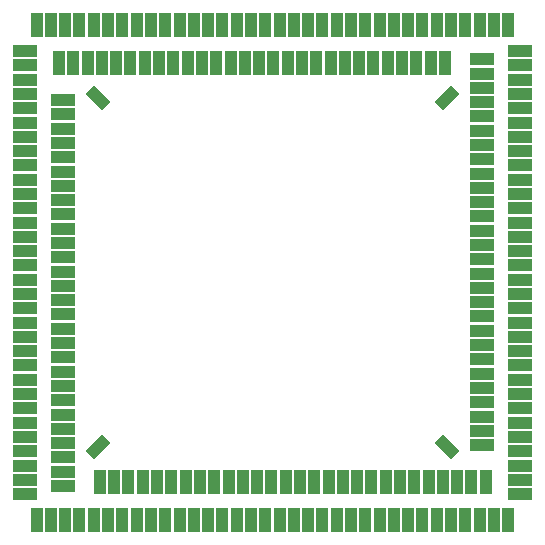
<source format=gbr>
%TF.GenerationSoftware,KiCad,Pcbnew,6.0.11-2627ca5db0~126~ubuntu22.04.1*%
%TF.CreationDate,2024-01-17T01:21:31-06:00*%
%TF.ProjectId,mea_breakout,6d65615f-6272-4656-916b-6f75742e6b69,1*%
%TF.SameCoordinates,Original*%
%TF.FileFunction,Paste,Bot*%
%TF.FilePolarity,Positive*%
%FSLAX46Y46*%
G04 Gerber Fmt 4.6, Leading zero omitted, Abs format (unit mm)*
G04 Created by KiCad (PCBNEW 6.0.11-2627ca5db0~126~ubuntu22.04.1) date 2024-01-17 01:21:31*
%MOMM*%
%LPD*%
G01*
G04 APERTURE LIST*
G04 Aperture macros list*
%AMRotRect*
0 Rectangle, with rotation*
0 The origin of the aperture is its center*
0 $1 length*
0 $2 width*
0 $3 Rotation angle, in degrees counterclockwise*
0 Add horizontal line*
21,1,$1,$2,0,0,$3*%
G04 Aperture macros list end*
%ADD10R,1.000000X2.000000*%
%ADD11R,2.000000X1.000000*%
%ADD12RotRect,2.000000X1.000000X225.000000*%
%ADD13RotRect,2.000000X1.000000X45.000000*%
%ADD14RotRect,2.000000X1.000000X135.000000*%
%ADD15RotRect,2.000000X1.000000X315.000000*%
G04 APERTURE END LIST*
D10*
%TO.C,J190*%
X83244999Y-22835000D03*
%TD*%
D11*
%TO.C,J248*%
X50885000Y-58654999D03*
%TD*%
D10*
%TO.C,J150*%
X67344999Y-58345000D03*
%TD*%
%TO.C,J34*%
X88605000Y-61555000D03*
%TD*%
D11*
%TO.C,J212*%
X86395000Y-30994999D03*
%TD*%
%TO.C,J200*%
X86395000Y-45514999D03*
%TD*%
%TO.C,J224*%
X50885000Y-29615000D03*
%TD*%
%TO.C,J131*%
X89605000Y-58135000D03*
%TD*%
D10*
%TO.C,J45*%
X76505000Y-19625000D03*
%TD*%
D11*
%TO.C,J233*%
X50885000Y-40505000D03*
%TD*%
D10*
%TO.C,J178*%
X68725000Y-22835000D03*
%TD*%
%TO.C,J136*%
X84284999Y-58345000D03*
%TD*%
%TO.C,J185*%
X77195000Y-22835000D03*
%TD*%
D11*
%TO.C,J221*%
X50885000Y-25985000D03*
%TD*%
%TO.C,J226*%
X50885000Y-32035000D03*
%TD*%
%TO.C,J246*%
X50885000Y-56235000D03*
%TD*%
D10*
%TO.C,J175*%
X65095000Y-22835000D03*
%TD*%
%TO.C,J57*%
X61985001Y-19625000D03*
%TD*%
D11*
%TO.C,J232*%
X50885000Y-39295000D03*
%TD*%
%TO.C,J235*%
X50885000Y-42925000D03*
%TD*%
%TO.C,J242*%
X50885000Y-51394999D03*
%TD*%
D10*
%TO.C,J170*%
X59045000Y-22835000D03*
%TD*%
%TO.C,J67*%
X49885000Y-19625000D03*
%TD*%
%TO.C,J68*%
X48675000Y-19625000D03*
%TD*%
%TO.C,J4*%
X52305000Y-61555000D03*
%TD*%
%TO.C,J18*%
X69245000Y-61555000D03*
%TD*%
%TO.C,J172*%
X61465000Y-22835000D03*
%TD*%
%TO.C,J31*%
X84975000Y-61555000D03*
%TD*%
D11*
%TO.C,J96*%
X47675000Y-26675000D03*
%TD*%
%TO.C,J92*%
X47675000Y-31515000D03*
%TD*%
%TO.C,J130*%
X89605000Y-56925000D03*
%TD*%
D10*
%TO.C,J135*%
X85494999Y-58345000D03*
%TD*%
%TO.C,J23*%
X75294999Y-61555000D03*
%TD*%
D11*
%TO.C,J213*%
X86395000Y-29785000D03*
%TD*%
%TO.C,J205*%
X86395000Y-39465000D03*
%TD*%
%TO.C,J240*%
X50885000Y-48975000D03*
%TD*%
D10*
%TO.C,J138*%
X81864999Y-58345000D03*
%TD*%
%TO.C,J145*%
X73394999Y-58345000D03*
%TD*%
D11*
%TO.C,J81*%
X47675000Y-44825000D03*
%TD*%
D12*
%TO.C,J251*%
X53877893Y-55352107D03*
%TD*%
D10*
%TO.C,J153*%
X63714999Y-58345000D03*
%TD*%
D11*
%TO.C,J75*%
X47675000Y-52085000D03*
%TD*%
D10*
%TO.C,J148*%
X69764999Y-58345000D03*
%TD*%
D11*
%TO.C,J204*%
X86395000Y-40674999D03*
%TD*%
%TO.C,J209*%
X86395000Y-34624999D03*
%TD*%
%TO.C,J83*%
X47675000Y-42405001D03*
%TD*%
%TO.C,J206*%
X86395000Y-38254999D03*
%TD*%
D10*
%TO.C,J58*%
X60775000Y-19625000D03*
%TD*%
%TO.C,J173*%
X62674999Y-22835000D03*
%TD*%
D11*
%TO.C,J203*%
X86395000Y-41884999D03*
%TD*%
D10*
%TO.C,J143*%
X75814999Y-58345000D03*
%TD*%
%TO.C,J10*%
X59565000Y-61555000D03*
%TD*%
%TO.C,J163*%
X50575000Y-22835000D03*
%TD*%
%TO.C,J17*%
X68035000Y-61555000D03*
%TD*%
D11*
%TO.C,J245*%
X50885000Y-55025000D03*
%TD*%
%TO.C,J111*%
X89605000Y-33935000D03*
%TD*%
%TO.C,J82*%
X47675000Y-43615000D03*
%TD*%
D10*
%TO.C,J63*%
X54725001Y-19625000D03*
%TD*%
D11*
%TO.C,J100*%
X47675000Y-21835000D03*
%TD*%
D10*
%TO.C,J19*%
X70455000Y-61555000D03*
%TD*%
%TO.C,J22*%
X74085000Y-61555000D03*
%TD*%
D11*
%TO.C,J201*%
X86395000Y-44304999D03*
%TD*%
D10*
%TO.C,J179*%
X69935000Y-22835000D03*
%TD*%
D11*
%TO.C,J105*%
X89605000Y-26675000D03*
%TD*%
%TO.C,J103*%
X89605000Y-24255000D03*
%TD*%
%TO.C,J202*%
X86395000Y-43095000D03*
%TD*%
D10*
%TO.C,J33*%
X87395000Y-61555000D03*
%TD*%
D11*
%TO.C,J80*%
X47675000Y-46035001D03*
%TD*%
D10*
%TO.C,J59*%
X59565000Y-19625000D03*
%TD*%
%TO.C,J55*%
X64405000Y-19625000D03*
%TD*%
D11*
%TO.C,J97*%
X47675000Y-25465001D03*
%TD*%
%TO.C,J120*%
X89605000Y-44825000D03*
%TD*%
%TO.C,J199*%
X86395000Y-46724999D03*
%TD*%
%TO.C,J198*%
X86395000Y-47935000D03*
%TD*%
D10*
%TO.C,J156*%
X60084999Y-58345000D03*
%TD*%
D11*
%TO.C,J207*%
X86395000Y-37044999D03*
%TD*%
D10*
%TO.C,J152*%
X64924999Y-58345000D03*
%TD*%
%TO.C,J61*%
X57145000Y-19625000D03*
%TD*%
D11*
%TO.C,J117*%
X89605000Y-41195000D03*
%TD*%
D10*
%TO.C,J25*%
X77715000Y-61555000D03*
%TD*%
%TO.C,J182*%
X73565000Y-22835000D03*
%TD*%
%TO.C,J32*%
X86185000Y-61555000D03*
%TD*%
D11*
%TO.C,J78*%
X47675000Y-48455000D03*
%TD*%
%TO.C,J110*%
X89605000Y-32725000D03*
%TD*%
D10*
%TO.C,J140*%
X79445000Y-58345000D03*
%TD*%
%TO.C,J2*%
X49885000Y-61555000D03*
%TD*%
%TO.C,J6*%
X54725000Y-61555000D03*
%TD*%
D11*
%TO.C,J77*%
X47675000Y-49665000D03*
%TD*%
D10*
%TO.C,J44*%
X77715000Y-19625000D03*
%TD*%
%TO.C,J8*%
X57144999Y-61555000D03*
%TD*%
%TO.C,J160*%
X55244999Y-58345000D03*
%TD*%
D11*
%TO.C,J229*%
X50885000Y-35665000D03*
%TD*%
D10*
%TO.C,J159*%
X56454999Y-58345000D03*
%TD*%
D11*
%TO.C,J215*%
X86395000Y-27364999D03*
%TD*%
D10*
%TO.C,J30*%
X83765000Y-61555000D03*
%TD*%
D11*
%TO.C,J101*%
X89605000Y-21835000D03*
%TD*%
%TO.C,J127*%
X89605000Y-53295000D03*
%TD*%
D10*
%TO.C,J29*%
X82554999Y-61555000D03*
%TD*%
%TO.C,J62*%
X55935000Y-19625000D03*
%TD*%
D11*
%TO.C,J194*%
X86395000Y-52774999D03*
%TD*%
D10*
%TO.C,J54*%
X65615000Y-19625000D03*
%TD*%
%TO.C,J50*%
X70455000Y-19625000D03*
%TD*%
D13*
%TO.C,J250*%
X83402106Y-25827893D03*
%TD*%
D10*
%TO.C,J157*%
X58874999Y-58345000D03*
%TD*%
%TO.C,J167*%
X55415000Y-22835000D03*
%TD*%
D11*
%TO.C,J91*%
X47675000Y-32725001D03*
%TD*%
D10*
%TO.C,J181*%
X72355000Y-22835000D03*
%TD*%
%TO.C,J184*%
X75984999Y-22835000D03*
%TD*%
%TO.C,J183*%
X74775000Y-22835000D03*
%TD*%
%TO.C,J134*%
X86704999Y-58345000D03*
%TD*%
%TO.C,J142*%
X77024999Y-58345000D03*
%TD*%
%TO.C,J174*%
X63885000Y-22835000D03*
%TD*%
D11*
%TO.C,J76*%
X47675000Y-50875001D03*
%TD*%
%TO.C,J196*%
X86395000Y-50354999D03*
%TD*%
%TO.C,J116*%
X89605000Y-39985000D03*
%TD*%
D10*
%TO.C,J164*%
X51785000Y-22835000D03*
%TD*%
D14*
%TO.C,J249*%
X53877893Y-25827893D03*
%TD*%
D10*
%TO.C,J137*%
X83074999Y-58345000D03*
%TD*%
%TO.C,J189*%
X82035000Y-22835000D03*
%TD*%
D11*
%TO.C,J124*%
X89605000Y-49665000D03*
%TD*%
D10*
%TO.C,J169*%
X57834999Y-22835000D03*
%TD*%
D11*
%TO.C,J99*%
X47675000Y-23045000D03*
%TD*%
%TO.C,J86*%
X47675000Y-38775000D03*
%TD*%
D10*
%TO.C,J46*%
X75295001Y-19625000D03*
%TD*%
%TO.C,J39*%
X83765000Y-19625000D03*
%TD*%
D11*
%TO.C,J79*%
X47675000Y-47245000D03*
%TD*%
D10*
%TO.C,J48*%
X72875000Y-19625000D03*
%TD*%
D11*
%TO.C,J114*%
X89605000Y-37565000D03*
%TD*%
%TO.C,J109*%
X89605000Y-31515000D03*
%TD*%
D10*
%TO.C,J35*%
X88605000Y-19625000D03*
%TD*%
D11*
%TO.C,J89*%
X47675000Y-35145000D03*
%TD*%
%TO.C,J236*%
X50885000Y-44135000D03*
%TD*%
%TO.C,J119*%
X89605000Y-43615000D03*
%TD*%
%TO.C,J193*%
X86395000Y-53984999D03*
%TD*%
%TO.C,J104*%
X89605000Y-25465000D03*
%TD*%
D10*
%TO.C,J12*%
X61984999Y-61555000D03*
%TD*%
%TO.C,J165*%
X52995000Y-22835000D03*
%TD*%
%TO.C,J49*%
X71665001Y-19625000D03*
%TD*%
%TO.C,J171*%
X60255000Y-22835000D03*
%TD*%
%TO.C,J7*%
X55935000Y-61555000D03*
%TD*%
D11*
%TO.C,J87*%
X47675000Y-37565000D03*
%TD*%
%TO.C,J71*%
X47675000Y-56925000D03*
%TD*%
%TO.C,J115*%
X89605000Y-38774999D03*
%TD*%
D10*
%TO.C,J13*%
X63195000Y-61555000D03*
%TD*%
%TO.C,J188*%
X80825000Y-22835000D03*
%TD*%
%TO.C,J65*%
X52305000Y-19625000D03*
%TD*%
D11*
%TO.C,J217*%
X86395000Y-24944999D03*
%TD*%
%TO.C,J239*%
X50885000Y-47765000D03*
%TD*%
%TO.C,J210*%
X86395000Y-33414999D03*
%TD*%
D10*
%TO.C,J56*%
X63195000Y-19625000D03*
%TD*%
D11*
%TO.C,J95*%
X47675000Y-27885000D03*
%TD*%
%TO.C,J216*%
X86395000Y-26154999D03*
%TD*%
%TO.C,J122*%
X89605000Y-47245000D03*
%TD*%
D10*
%TO.C,J40*%
X82555000Y-19625000D03*
%TD*%
%TO.C,J176*%
X66304999Y-22835000D03*
%TD*%
D11*
%TO.C,J85*%
X47675000Y-39985000D03*
%TD*%
D10*
%TO.C,J47*%
X74085000Y-19625000D03*
%TD*%
D11*
%TO.C,J222*%
X50885000Y-27195000D03*
%TD*%
D10*
%TO.C,J64*%
X53515000Y-19625000D03*
%TD*%
%TO.C,J11*%
X60775000Y-61555000D03*
%TD*%
D11*
%TO.C,J84*%
X47675000Y-41195000D03*
%TD*%
D10*
%TO.C,J66*%
X51095000Y-19625000D03*
%TD*%
D11*
%TO.C,J227*%
X50885000Y-33244999D03*
%TD*%
%TO.C,J225*%
X50885000Y-30825000D03*
%TD*%
D10*
%TO.C,J24*%
X76505000Y-61555000D03*
%TD*%
%TO.C,J37*%
X86185000Y-19625000D03*
%TD*%
D11*
%TO.C,J113*%
X89605000Y-36355000D03*
%TD*%
D10*
%TO.C,J147*%
X70975000Y-58345000D03*
%TD*%
%TO.C,J5*%
X53515000Y-61555000D03*
%TD*%
D11*
%TO.C,J69*%
X47675000Y-59345000D03*
%TD*%
D10*
%TO.C,J38*%
X84975000Y-19625000D03*
%TD*%
D11*
%TO.C,J98*%
X47675000Y-24255000D03*
%TD*%
D10*
%TO.C,J139*%
X80654999Y-58345000D03*
%TD*%
D11*
%TO.C,J123*%
X89605000Y-48454999D03*
%TD*%
D10*
%TO.C,J168*%
X56625000Y-22835000D03*
%TD*%
%TO.C,J186*%
X78405000Y-22835000D03*
%TD*%
D11*
%TO.C,J228*%
X50885000Y-34455000D03*
%TD*%
D10*
%TO.C,J177*%
X67515000Y-22835000D03*
%TD*%
%TO.C,J20*%
X71665000Y-61555000D03*
%TD*%
%TO.C,J9*%
X58355000Y-61555000D03*
%TD*%
%TO.C,J154*%
X62504999Y-58345000D03*
%TD*%
%TO.C,J1*%
X48675000Y-61555000D03*
%TD*%
D11*
%TO.C,J231*%
X50885000Y-38084999D03*
%TD*%
%TO.C,J107*%
X89605000Y-29095000D03*
%TD*%
D10*
%TO.C,J146*%
X72184999Y-58345000D03*
%TD*%
%TO.C,J53*%
X66825000Y-19625000D03*
%TD*%
D11*
%TO.C,J197*%
X86395000Y-49144999D03*
%TD*%
D10*
%TO.C,J41*%
X81345000Y-19625000D03*
%TD*%
D11*
%TO.C,J128*%
X89605000Y-54505000D03*
%TD*%
%TO.C,J243*%
X50885000Y-52605000D03*
%TD*%
%TO.C,J238*%
X50885000Y-46555000D03*
%TD*%
D10*
%TO.C,J144*%
X74605000Y-58345000D03*
%TD*%
D11*
%TO.C,J241*%
X50885000Y-50185000D03*
%TD*%
D10*
%TO.C,J16*%
X66825000Y-61555000D03*
%TD*%
%TO.C,J158*%
X57664999Y-58345000D03*
%TD*%
%TO.C,J141*%
X78234999Y-58345000D03*
%TD*%
D11*
%TO.C,J94*%
X47675000Y-29095000D03*
%TD*%
%TO.C,J125*%
X89605000Y-50875000D03*
%TD*%
%TO.C,J219*%
X86395000Y-22525000D03*
%TD*%
%TO.C,J88*%
X47675000Y-36355000D03*
%TD*%
%TO.C,J73*%
X47675000Y-54505000D03*
%TD*%
%TO.C,J192*%
X86395000Y-55194999D03*
%TD*%
%TO.C,J230*%
X50885000Y-36875000D03*
%TD*%
%TO.C,J214*%
X86395000Y-28574999D03*
%TD*%
%TO.C,J112*%
X89605000Y-35144999D03*
%TD*%
%TO.C,J118*%
X89605000Y-42405000D03*
%TD*%
D10*
%TO.C,J28*%
X81345000Y-61555000D03*
%TD*%
D11*
%TO.C,J234*%
X50885000Y-41714999D03*
%TD*%
%TO.C,J121*%
X89605000Y-46035000D03*
%TD*%
%TO.C,J72*%
X47675000Y-55715000D03*
%TD*%
D10*
%TO.C,J15*%
X65614999Y-61555000D03*
%TD*%
%TO.C,J27*%
X80135000Y-61555000D03*
%TD*%
D11*
%TO.C,J70*%
X47675000Y-58135000D03*
%TD*%
D10*
%TO.C,J187*%
X79615000Y-22835000D03*
%TD*%
D11*
%TO.C,J244*%
X50885000Y-53815000D03*
%TD*%
%TO.C,J208*%
X86395000Y-35834999D03*
%TD*%
%TO.C,J106*%
X89605000Y-27885000D03*
%TD*%
D10*
%TO.C,J60*%
X58355000Y-19625000D03*
%TD*%
%TO.C,J180*%
X71145000Y-22835000D03*
%TD*%
D15*
%TO.C,J252*%
X83402106Y-55352107D03*
%TD*%
D10*
%TO.C,J42*%
X80135001Y-19625000D03*
%TD*%
%TO.C,J36*%
X87395000Y-19625000D03*
%TD*%
%TO.C,J3*%
X51095000Y-61555000D03*
%TD*%
D11*
%TO.C,J74*%
X47675000Y-53295000D03*
%TD*%
%TO.C,J223*%
X50885000Y-28405000D03*
%TD*%
%TO.C,J218*%
X86395000Y-23734999D03*
%TD*%
D10*
%TO.C,J14*%
X64405000Y-61555000D03*
%TD*%
D11*
%TO.C,J90*%
X47675000Y-33935000D03*
%TD*%
D10*
%TO.C,J52*%
X68035000Y-19625000D03*
%TD*%
D11*
%TO.C,J195*%
X86395000Y-51564999D03*
%TD*%
%TO.C,J102*%
X89605000Y-23045000D03*
%TD*%
%TO.C,J126*%
X89605000Y-52085000D03*
%TD*%
%TO.C,J93*%
X47675000Y-30305000D03*
%TD*%
D10*
%TO.C,J51*%
X69245000Y-19625000D03*
%TD*%
%TO.C,J26*%
X78925000Y-61555000D03*
%TD*%
%TO.C,J166*%
X54205000Y-22835000D03*
%TD*%
%TO.C,J43*%
X78925000Y-19625000D03*
%TD*%
D11*
%TO.C,J247*%
X50885000Y-57445000D03*
%TD*%
%TO.C,J129*%
X89605000Y-55714999D03*
%TD*%
%TO.C,J237*%
X50885000Y-45345000D03*
%TD*%
%TO.C,J211*%
X86395000Y-32204999D03*
%TD*%
D10*
%TO.C,J161*%
X54035000Y-58345000D03*
%TD*%
%TO.C,J155*%
X61295000Y-58345000D03*
%TD*%
%TO.C,J151*%
X66134999Y-58345000D03*
%TD*%
%TO.C,J149*%
X68554999Y-58345000D03*
%TD*%
D11*
%TO.C,J108*%
X89605000Y-30304999D03*
%TD*%
%TO.C,J132*%
X89605000Y-59345000D03*
%TD*%
D10*
%TO.C,J21*%
X72875000Y-61555000D03*
%TD*%
M02*

</source>
